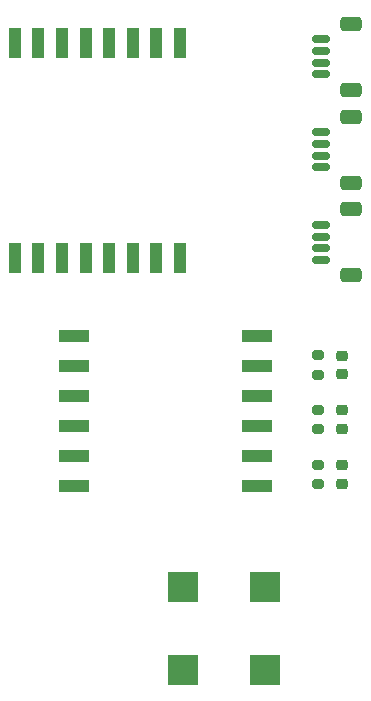
<source format=gtp>
G04 #@! TF.GenerationSoftware,KiCad,Pcbnew,7.0.5*
G04 #@! TF.CreationDate,2023-06-15T17:11:31+02:00*
G04 #@! TF.ProjectId,euroc_controller,6575726f-635f-4636-9f6e-74726f6c6c65,rev?*
G04 #@! TF.SameCoordinates,Original*
G04 #@! TF.FileFunction,Paste,Top*
G04 #@! TF.FilePolarity,Positive*
%FSLAX46Y46*%
G04 Gerber Fmt 4.6, Leading zero omitted, Abs format (unit mm)*
G04 Created by KiCad (PCBNEW 7.0.5) date 2023-06-15 17:11:31*
%MOMM*%
%LPD*%
G01*
G04 APERTURE LIST*
G04 Aperture macros list*
%AMRoundRect*
0 Rectangle with rounded corners*
0 $1 Rounding radius*
0 $2 $3 $4 $5 $6 $7 $8 $9 X,Y pos of 4 corners*
0 Add a 4 corners polygon primitive as box body*
4,1,4,$2,$3,$4,$5,$6,$7,$8,$9,$2,$3,0*
0 Add four circle primitives for the rounded corners*
1,1,$1+$1,$2,$3*
1,1,$1+$1,$4,$5*
1,1,$1+$1,$6,$7*
1,1,$1+$1,$8,$9*
0 Add four rect primitives between the rounded corners*
20,1,$1+$1,$2,$3,$4,$5,0*
20,1,$1+$1,$4,$5,$6,$7,0*
20,1,$1+$1,$6,$7,$8,$9,0*
20,1,$1+$1,$8,$9,$2,$3,0*%
G04 Aperture macros list end*
%ADD10RoundRect,0.150000X-0.625000X0.150000X-0.625000X-0.150000X0.625000X-0.150000X0.625000X0.150000X0*%
%ADD11RoundRect,0.250000X-0.650000X0.350000X-0.650000X-0.350000X0.650000X-0.350000X0.650000X0.350000X0*%
%ADD12R,2.500000X1.000000*%
%ADD13RoundRect,0.218750X-0.256250X0.218750X-0.256250X-0.218750X0.256250X-0.218750X0.256250X0.218750X0*%
%ADD14RoundRect,0.200000X-0.275000X0.200000X-0.275000X-0.200000X0.275000X-0.200000X0.275000X0.200000X0*%
%ADD15R,2.500000X2.500000*%
%ADD16R,1.000000X2.500000*%
G04 APERTURE END LIST*
D10*
X195521934Y-62762000D03*
X195521934Y-63762000D03*
X195521934Y-64762000D03*
X195521934Y-65762000D03*
D11*
X198046934Y-61462000D03*
X198046934Y-67062000D03*
D10*
X195525000Y-54882000D03*
X195525000Y-55882000D03*
X195525000Y-56882000D03*
X195525000Y-57882000D03*
D11*
X198050000Y-53582000D03*
X198050000Y-59182000D03*
D12*
X190157945Y-92710000D03*
X190157945Y-90170000D03*
X190157945Y-87630000D03*
X190157945Y-85090000D03*
X190157945Y-82550000D03*
X190157945Y-80010000D03*
X174657945Y-80010000D03*
X174657945Y-82550000D03*
X174657945Y-85090000D03*
X174657945Y-87630000D03*
X174657945Y-90170000D03*
X174657945Y-92710000D03*
D13*
X197358000Y-81699500D03*
X197358000Y-83274500D03*
D14*
X195326000Y-86297000D03*
X195326000Y-87947000D03*
D13*
X197358000Y-90969500D03*
X197358000Y-92544500D03*
D14*
X195326000Y-90932000D03*
X195326000Y-92582000D03*
D15*
X190825000Y-108275000D03*
X190825000Y-101275000D03*
X183825000Y-101275000D03*
X183825000Y-108275000D03*
D13*
X197358000Y-86334500D03*
X197358000Y-87909500D03*
D16*
X169610000Y-73445000D03*
X171610000Y-73445000D03*
X173610000Y-73445000D03*
X175610000Y-73445000D03*
X177610000Y-73445000D03*
X179610000Y-73445000D03*
X181610000Y-73445000D03*
X183610000Y-73445000D03*
X183610000Y-55245000D03*
X181610000Y-55245000D03*
X179610000Y-55245000D03*
X177610000Y-55245000D03*
X175610000Y-55245000D03*
X173610000Y-55245000D03*
X171610000Y-55245000D03*
X169610000Y-55245000D03*
D10*
X195580000Y-70612000D03*
X195580000Y-71612000D03*
X195580000Y-72612000D03*
X195580000Y-73612000D03*
D11*
X198105000Y-69312000D03*
X198105000Y-74912000D03*
D14*
X195326000Y-81662000D03*
X195326000Y-83312000D03*
M02*

</source>
